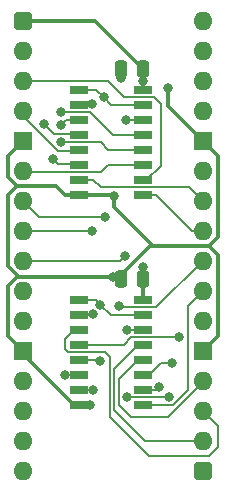
<source format=gtl>
%TF.GenerationSoftware,KiCad,Pcbnew,8.0.4*%
%TF.CreationDate,2024-08-22T17:53:04+02:00*%
%TF.ProjectId,Selector 1-of-4 4bit,53656c65-6374-46f7-9220-312d6f662d34,V0*%
%TF.SameCoordinates,PX54c81a0PY37b6b20*%
%TF.FileFunction,Copper,L1,Top*%
%TF.FilePolarity,Positive*%
%FSLAX46Y46*%
G04 Gerber Fmt 4.6, Leading zero omitted, Abs format (unit mm)*
G04 Created by KiCad (PCBNEW 8.0.4) date 2024-08-22 17:53:04*
%MOMM*%
%LPD*%
G01*
G04 APERTURE LIST*
G04 Aperture macros list*
%AMRoundRect*
0 Rectangle with rounded corners*
0 $1 Rounding radius*
0 $2 $3 $4 $5 $6 $7 $8 $9 X,Y pos of 4 corners*
0 Add a 4 corners polygon primitive as box body*
4,1,4,$2,$3,$4,$5,$6,$7,$8,$9,$2,$3,0*
0 Add four circle primitives for the rounded corners*
1,1,$1+$1,$2,$3*
1,1,$1+$1,$4,$5*
1,1,$1+$1,$6,$7*
1,1,$1+$1,$8,$9*
0 Add four rect primitives between the rounded corners*
20,1,$1+$1,$2,$3,$4,$5,0*
20,1,$1+$1,$4,$5,$6,$7,0*
20,1,$1+$1,$6,$7,$8,$9,0*
20,1,$1+$1,$8,$9,$2,$3,0*%
G04 Aperture macros list end*
%TA.AperFunction,SMDPad,CuDef*%
%ADD10R,1.550000X0.650000*%
%TD*%
%TA.AperFunction,ComponentPad*%
%ADD11RoundRect,0.400000X-0.400000X-0.400000X0.400000X-0.400000X0.400000X0.400000X-0.400000X0.400000X0*%
%TD*%
%TA.AperFunction,ComponentPad*%
%ADD12O,1.600000X1.600000*%
%TD*%
%TA.AperFunction,ComponentPad*%
%ADD13R,1.600000X1.600000*%
%TD*%
%TA.AperFunction,SMDPad,CuDef*%
%ADD14RoundRect,0.250000X0.250000X0.475000X-0.250000X0.475000X-0.250000X-0.475000X0.250000X-0.475000X0*%
%TD*%
%TA.AperFunction,ViaPad*%
%ADD15C,0.800000*%
%TD*%
%TA.AperFunction,Conductor*%
%ADD16C,0.380000*%
%TD*%
%TA.AperFunction,Conductor*%
%ADD17C,0.200000*%
%TD*%
G04 APERTURE END LIST*
D10*
%TO.P,IC1,1,~{EA}*%
%TO.N,~{E}*%
X4768000Y-23622000D03*
%TO.P,IC1,2,S1*%
%TO.N,S1*%
X4768000Y-24892000D03*
%TO.P,IC1,3,I3A*%
%TO.N,D1*%
X4768000Y-26162000D03*
%TO.P,IC1,4,I2A*%
%TO.N,C1*%
X4768000Y-27432000D03*
%TO.P,IC1,5,I1A*%
%TO.N,B1*%
X4768000Y-28702000D03*
%TO.P,IC1,6,I0A*%
%TO.N,A1*%
X4768000Y-29972000D03*
%TO.P,IC1,7,YA*%
%TO.N,Y1*%
X4768000Y-31242000D03*
%TO.P,IC1,8,GND*%
%TO.N,GND*%
X4768000Y-32512000D03*
%TO.P,IC1,9,YB*%
%TO.N,Y3*%
X10218000Y-32512000D03*
%TO.P,IC1,10,I0B*%
%TO.N,A3*%
X10218000Y-31242000D03*
%TO.P,IC1,11,I1B*%
%TO.N,B3*%
X10218000Y-29972000D03*
%TO.P,IC1,12,I2B*%
%TO.N,C3*%
X10218000Y-28702000D03*
%TO.P,IC1,13,I3B*%
%TO.N,D3*%
X10218000Y-27432000D03*
%TO.P,IC1,14,S0*%
%TO.N,S0*%
X10218000Y-26162000D03*
%TO.P,IC1,15,~{EB}*%
%TO.N,~{E}*%
X10218000Y-24892000D03*
%TO.P,IC1,16,5V*%
%TO.N,5V*%
X10218000Y-23622000D03*
%TD*%
%TO.P,IC6,1,~{EA}*%
%TO.N,~{E}*%
X4768000Y-5842000D03*
%TO.P,IC6,2,S1*%
%TO.N,S1*%
X4768000Y-7112000D03*
%TO.P,IC6,3,I3A*%
%TO.N,D0*%
X4768000Y-8382000D03*
%TO.P,IC6,4,I2A*%
%TO.N,C0*%
X4768000Y-9652000D03*
%TO.P,IC6,5,I1A*%
%TO.N,B0*%
X4768000Y-10922000D03*
%TO.P,IC6,6,I0A*%
%TO.N,A0*%
X4768000Y-12192000D03*
%TO.P,IC6,7,YA*%
%TO.N,Y0*%
X4768000Y-13462000D03*
%TO.P,IC6,8,GND*%
%TO.N,GND*%
X4768000Y-14732000D03*
%TO.P,IC6,9,YB*%
%TO.N,Y2*%
X10218000Y-14732000D03*
%TO.P,IC6,10,I0B*%
%TO.N,A2*%
X10218000Y-13462000D03*
%TO.P,IC6,11,I1B*%
%TO.N,B2*%
X10218000Y-12192000D03*
%TO.P,IC6,12,I2B*%
%TO.N,C2*%
X10218000Y-10922000D03*
%TO.P,IC6,13,I3B*%
%TO.N,D2*%
X10218000Y-9652000D03*
%TO.P,IC6,14,S0*%
%TO.N,S0*%
X10218000Y-8382000D03*
%TO.P,IC6,15,~{EB}*%
%TO.N,~{E}*%
X10218000Y-7112000D03*
%TO.P,IC6,16,5V*%
%TO.N,5V*%
X10218000Y-5842000D03*
%TD*%
D11*
%TO.P,J2,1,Pin_1*%
%TO.N,5V*%
X0Y0D03*
D12*
%TO.P,J2,2,Pin_2*%
%TO.N,A0*%
X0Y-2540000D03*
%TO.P,J2,3,Pin_3*%
%TO.N,A2*%
X0Y-5080000D03*
%TO.P,J2,4,Pin_4*%
%TO.N,B0*%
X0Y-7620000D03*
D13*
%TO.P,J2,5,Pin_5*%
%TO.N,GND*%
X0Y-10160000D03*
D12*
%TO.P,J2,6,Pin_6*%
%TO.N,B2*%
X0Y-12700000D03*
%TO.P,J2,7,Pin_7*%
%TO.N,~{E}*%
X0Y-15240000D03*
%TO.P,J2,8,Pin_8*%
%TO.N,S1*%
X0Y-17780000D03*
%TO.P,J2,9,Pin_9*%
%TO.N,S0*%
X0Y-20320000D03*
%TO.P,J2,10,Pin_10*%
%TO.N,unconnected-(J2-Pin_10-Pad10)*%
X0Y-22860000D03*
%TO.P,J2,11,Pin_11*%
%TO.N,C0*%
X0Y-25400000D03*
D13*
%TO.P,J2,12,Pin_12*%
%TO.N,GND*%
X0Y-27940000D03*
D12*
%TO.P,J2,13,Pin_13*%
%TO.N,C2*%
X0Y-30480000D03*
%TO.P,J2,14,Pin_14*%
%TO.N,D0*%
X0Y-33020000D03*
%TO.P,J2,15,Pin_15*%
%TO.N,D2*%
X0Y-35560000D03*
%TO.P,J2,16,Pin_16*%
%TO.N,unconnected-(J2-Pin_16-Pad16)*%
X0Y-38100000D03*
D11*
%TO.P,J2,17,Pin_17*%
%TO.N,5V*%
X15240000Y-38100000D03*
D12*
%TO.P,J2,18,Pin_18*%
%TO.N,D3*%
X15240000Y-35560000D03*
%TO.P,J2,19,Pin_19*%
%TO.N,D1*%
X15240000Y-33020000D03*
%TO.P,J2,20,Pin_20*%
%TO.N,C3*%
X15240000Y-30480000D03*
D13*
%TO.P,J2,21,Pin_21*%
%TO.N,GND*%
X15240000Y-27940000D03*
D12*
%TO.P,J2,22,Pin_22*%
%TO.N,C1*%
X15240000Y-25400000D03*
%TO.P,J2,23,Pin_23*%
%TO.N,Y3*%
X15240000Y-22860000D03*
%TO.P,J2,24,Pin_24*%
%TO.N,Y1*%
X15240000Y-20320000D03*
%TO.P,J2,25,Pin_25*%
%TO.N,Y2*%
X15240000Y-17780000D03*
%TO.P,J2,26,Pin_26*%
%TO.N,Y0*%
X15240000Y-15240000D03*
%TO.P,J2,27,Pin_27*%
%TO.N,B3*%
X15240000Y-12700000D03*
D13*
%TO.P,J2,28,Pin_28*%
%TO.N,GND*%
X15240000Y-10160000D03*
D12*
%TO.P,J2,29,Pin_29*%
%TO.N,B1*%
X15240000Y-7620000D03*
%TO.P,J2,30,Pin_30*%
%TO.N,A3*%
X15240000Y-5080000D03*
%TO.P,J2,31,Pin_31*%
%TO.N,A1*%
X15240000Y-2540000D03*
%TO.P,J2,32,Pin_32*%
%TO.N,unconnected-(J2-Pin_32-Pad32)*%
X15240000Y0D03*
%TD*%
D14*
%TO.P,C3,1*%
%TO.N,5V*%
X10205000Y-21844000D03*
%TO.P,C3,2*%
%TO.N,GND*%
X8305000Y-21844000D03*
%TD*%
%TO.P,C1,1*%
%TO.N,5V*%
X10205000Y-4064000D03*
%TO.P,C1,2*%
%TO.N,GND*%
X8305000Y-4064000D03*
%TD*%
D15*
%TO.N,GND*%
X7746990Y-14859000D03*
X7620006Y-21670000D03*
X5715000Y-32512000D03*
X8305000Y-4826000D03*
X12319000Y-5715000D03*
%TO.N,5V*%
X10155500Y-20823500D03*
X10205000Y-5080000D03*
%TO.N,~{E}*%
X6576000Y-24026430D03*
X6956990Y-16639877D03*
X6858000Y-6477000D03*
%TO.N,S1*%
X5850453Y-7064546D03*
X5941061Y-24798995D03*
X5876000Y-17780000D03*
%TO.N,S0*%
X8791000Y-8382000D03*
X8636000Y-19939000D03*
X8856000Y-26154491D03*
%TO.N,C1*%
X13220000Y-26797000D03*
%TO.N,B1*%
X8866000Y-31876994D03*
X6557234Y-28777625D03*
X12416732Y-31812000D03*
%TO.N,A1*%
X3556000Y-29972000D03*
%TO.N,Y1*%
X5969003Y-31241997D03*
X8156000Y-24159007D03*
%TO.N,A3*%
X11557000Y-30988000D03*
%TO.N,B3*%
X12638000Y-28956000D03*
%TO.N,D0*%
X3264540Y-8792452D03*
%TO.N,C0*%
X1840000Y-8773970D03*
%TO.N,A0*%
X2540006Y-11684000D03*
%TO.N,C2*%
X3290675Y-10301725D03*
%TO.N,D2*%
X3240000Y-7747000D03*
%TD*%
D16*
%TO.N,GND*%
X3556000Y-14732000D02*
X2794000Y-13970000D01*
X2794000Y-13970000D02*
X-508000Y-13970000D01*
X4768000Y-14732000D02*
X3556000Y-14732000D01*
X-508000Y-13970000D02*
X-1270000Y-14732000D01*
X-1270000Y-13208000D02*
X-508000Y-13970000D01*
X-1270000Y-14732000D02*
X-1270000Y-20748000D01*
X-1270000Y-11430000D02*
X-1270000Y-13208000D01*
X-1270000Y-20748000D02*
X-348000Y-21670000D01*
X0Y-10160000D02*
X-1270000Y-11430000D01*
D17*
%TO.N,D1*%
X16510000Y-34290000D02*
X15240000Y-33020000D01*
X16510000Y-36068000D02*
X16510000Y-34290000D01*
X15748000Y-36830000D02*
X16510000Y-36068000D01*
X7366000Y-33528000D02*
X10668000Y-36830000D01*
X10668000Y-36830000D02*
X15748000Y-36830000D01*
X7366000Y-28451749D02*
X7366000Y-33528000D01*
X6973151Y-28058900D02*
X7366000Y-28451749D01*
X3556000Y-27747000D02*
X3867900Y-28058900D01*
X3556000Y-26924000D02*
X3556000Y-27747000D01*
X4318000Y-26162000D02*
X3556000Y-26924000D01*
X3867900Y-28058900D02*
X6973151Y-28058900D01*
D16*
%TO.N,GND*%
X16510000Y-19812000D02*
X16510000Y-26670000D01*
X15748000Y-19050000D02*
X16510000Y-19812000D01*
X16510000Y-26670000D02*
X15240000Y-27940000D01*
X-1270000Y-26670000D02*
X0Y-27940000D01*
X-1270000Y-22447100D02*
X-1270000Y-26670000D01*
X-492900Y-21670000D02*
X-1270000Y-22447100D01*
X-348000Y-21670000D02*
X-492900Y-21670000D01*
D17*
%TO.N,Y3*%
X12742415Y-32512000D02*
X10218000Y-32512000D01*
X13970000Y-31284415D02*
X12742415Y-32512000D01*
X15240000Y-22860000D02*
X13970000Y-24130000D01*
X13970000Y-24130000D02*
X13970000Y-31284415D01*
%TO.N,C1*%
X9213600Y-26791400D02*
X13214400Y-26791400D01*
X13214400Y-26791400D02*
X13220000Y-26797000D01*
X8573000Y-27432000D02*
X9213600Y-26791400D01*
X4768000Y-27432000D02*
X8573000Y-27432000D01*
D16*
%TO.N,GND*%
X8305000Y-4064000D02*
X8305000Y-4826000D01*
X15240000Y-10160000D02*
X12319000Y-7239000D01*
X12319000Y-7239000D02*
X12319000Y-5715000D01*
%TO.N,5V*%
X6141003Y0D02*
X10205000Y-4063997D01*
X10205000Y-4063997D02*
X10205000Y-5080000D01*
X0Y0D02*
X6141003Y0D01*
X10218000Y-5093000D02*
X10205000Y-5080000D01*
X10218000Y-5842000D02*
X10218000Y-5093000D01*
X10205000Y-4064000D02*
X10205000Y-5080000D01*
D17*
%TO.N,A2*%
X8605900Y-6485100D02*
X7200800Y-5080000D01*
X11684000Y-7049500D02*
X11119600Y-6485100D01*
X11119600Y-6485100D02*
X8605900Y-6485100D01*
X11684000Y-12264800D02*
X11684000Y-7049500D01*
X7200800Y-5080000D02*
X0Y-5080000D01*
X10486800Y-13462000D02*
X11684000Y-12264800D01*
%TO.N,C3*%
X12292100Y-33528000D02*
X15240000Y-30580100D01*
X9144001Y-33528000D02*
X12292100Y-33528000D01*
X8166000Y-32549999D02*
X9144001Y-33528000D01*
X8166000Y-30304000D02*
X8166000Y-32549999D01*
X9768000Y-28702000D02*
X8166000Y-30304000D01*
%TO.N,D3*%
X10385157Y-35560000D02*
X15240000Y-35560000D01*
X7766000Y-32940843D02*
X10385157Y-35560000D01*
X7766000Y-29457334D02*
X7766000Y-32940843D01*
X9791334Y-27432000D02*
X7766000Y-29457334D01*
D16*
%TO.N,GND*%
X10811700Y-19050000D02*
X8305000Y-21556700D01*
X11049000Y-19050000D02*
X10811700Y-19050000D01*
X8131000Y-21670000D02*
X7620006Y-21670000D01*
X-348000Y-21670000D02*
X7620006Y-21670000D01*
X4768000Y-32512000D02*
X5715000Y-32512000D01*
X7619990Y-14732000D02*
X7746990Y-14859000D01*
X16510000Y-18288000D02*
X15748000Y-19050000D01*
X7746990Y-15747990D02*
X11049000Y-19050000D01*
X7746990Y-14859000D02*
X7746990Y-15747990D01*
X15748000Y-19050000D02*
X11049000Y-19050000D01*
X4768000Y-14732000D02*
X7619990Y-14732000D01*
X15240000Y-10160000D02*
X16510000Y-11430000D01*
X16510000Y-11430000D02*
X16510000Y-18288000D01*
X0Y-28194000D02*
X4318000Y-32512000D01*
%TO.N,5V*%
X10205000Y-21844000D02*
X10205000Y-20873000D01*
X10205000Y-21844000D02*
X10205000Y-23609000D01*
X10205000Y-20873000D02*
X10155500Y-20823500D01*
D17*
%TO.N,~{E}*%
X0Y-15240000D02*
X1399877Y-16639877D01*
X4768000Y-5842000D02*
X6223000Y-5842000D01*
X10218000Y-7112000D02*
X7493000Y-7112000D01*
X7493000Y-7112000D02*
X6858000Y-6477000D01*
X1399877Y-16639877D02*
X6956990Y-16639877D01*
X6223000Y-5842000D02*
X6858000Y-6477000D01*
%TO.N,S1*%
X0Y-17780000D02*
X5876000Y-17780000D01*
X5802999Y-7112000D02*
X5850453Y-7064546D01*
X4768000Y-7112000D02*
X5802999Y-7112000D01*
%TO.N,S0*%
X8863509Y-26162000D02*
X8856000Y-26154491D01*
X0Y-20320000D02*
X8255000Y-20320000D01*
X10218000Y-8382000D02*
X8791000Y-8382000D01*
X10218000Y-26162000D02*
X8863509Y-26162000D01*
X8255000Y-20320000D02*
X8636000Y-19939000D01*
%TO.N,B1*%
X8866000Y-31876994D02*
X8876006Y-31887000D01*
X4768000Y-28702000D02*
X6481609Y-28702000D01*
X8876006Y-31887000D02*
X12341732Y-31887000D01*
X6481609Y-28702000D02*
X6557234Y-28777625D01*
X12341732Y-31887000D02*
X12416732Y-31812000D01*
%TO.N,A1*%
X4768000Y-29972000D02*
X3556000Y-29972000D01*
%TO.N,Y1*%
X4768000Y-31242000D02*
X5969000Y-31242000D01*
X5969000Y-31242000D02*
X5969003Y-31241997D01*
%TO.N,A3*%
X10218000Y-31242000D02*
X11303000Y-31242000D01*
X11303000Y-31242000D02*
X11557000Y-30988000D01*
%TO.N,B3*%
X10668000Y-29972000D02*
X11684000Y-28956000D01*
X11684000Y-28956000D02*
X12638000Y-28956000D01*
%TO.N,D0*%
X4768000Y-8382000D02*
X3674992Y-8382000D01*
X3674992Y-8382000D02*
X3264540Y-8792452D01*
%TO.N,C0*%
X2667755Y-9601725D02*
X1840000Y-8773970D01*
X4717725Y-9601725D02*
X2667755Y-9601725D01*
%TO.N,B0*%
X0Y-8026800D02*
X3022200Y-11049000D01*
X3022200Y-11049000D02*
X4641000Y-11049000D01*
%TO.N,A0*%
X4678600Y-12102600D02*
X2958606Y-12102600D01*
X2958606Y-12102600D02*
X2540006Y-11684000D01*
%TO.N,Y0*%
X5969000Y-13462000D02*
X6595900Y-14088900D01*
X4768000Y-13462000D02*
X5969000Y-13462000D01*
X6595900Y-14088900D02*
X14088900Y-14088900D01*
X14088900Y-14088900D02*
X15240000Y-15240000D01*
%TO.N,Y2*%
X15240000Y-17780000D02*
X14351000Y-17780000D01*
X14351000Y-17780000D02*
X11303000Y-14732000D01*
X11303000Y-14732000D02*
X10218000Y-14732000D01*
%TO.N,B2*%
X10218000Y-12192000D02*
X7239000Y-12192000D01*
X7239000Y-12192000D02*
X6612100Y-12818900D01*
X6612100Y-12818900D02*
X118900Y-12818900D01*
%TO.N,C2*%
X10218000Y-10922000D02*
X7239000Y-10922000D01*
X6612100Y-10295100D02*
X3297300Y-10295100D01*
X3297300Y-10295100D02*
X3290675Y-10301725D01*
X7239000Y-10922000D02*
X6612100Y-10295100D01*
%TO.N,D2*%
X3246700Y-7753700D02*
X3240000Y-7747000D01*
X10218000Y-9652000D02*
X7626000Y-9652000D01*
X7626000Y-9652000D02*
X5727700Y-7753700D01*
X5727700Y-7753700D02*
X3246700Y-7753700D01*
%TO.N,S1*%
X5848056Y-24892000D02*
X5941061Y-24798995D01*
%TO.N,~{E}*%
X7441570Y-24892000D02*
X6576000Y-24026430D01*
%TO.N,S1*%
X4768000Y-24892000D02*
X5848056Y-24892000D01*
%TO.N,~{E}*%
X10218000Y-24892000D02*
X7441570Y-24892000D01*
X6171570Y-23622000D02*
X6576000Y-24026430D01*
X4768000Y-23622000D02*
X6171570Y-23622000D01*
%TO.N,Y1*%
X8245893Y-24248900D02*
X8156000Y-24159007D01*
X15240000Y-20320000D02*
X11311100Y-24248900D01*
X11311100Y-24248900D02*
X8245893Y-24248900D01*
%TD*%
M02*

</source>
